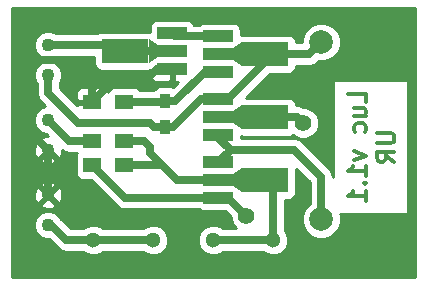
<source format=gbr>
G04 #@! TF.FileFunction,Copper,L2,Bot,Signal*
%FSLAX46Y46*%
G04 Gerber Fmt 4.6, Leading zero omitted, Abs format (unit mm)*
G04 Created by KiCad (PCBNEW 4.0.2+e4-6225~38~ubuntu15.10.1-stable) date Thu 01 Dec 2016 10:49:50 PM CET*
%MOMM*%
G01*
G04 APERTURE LIST*
%ADD10C,0.100000*%
%ADD11C,0.300000*%
%ADD12R,2.501900X1.000760*%
%ADD13R,4.000500X1.998980*%
%ADD14C,1.100000*%
%ADD15C,1.300000*%
%ADD16R,1.500000X1.300000*%
%ADD17R,0.900000X1.200000*%
%ADD18C,1.998980*%
%ADD19C,1.400000*%
%ADD20C,0.700000*%
%ADD21C,0.254000*%
G04 APERTURE END LIST*
D10*
D11*
X30720571Y15469713D02*
X30720571Y16183999D01*
X29220571Y16183999D01*
X29720571Y14326856D02*
X30720571Y14326856D01*
X29720571Y14969713D02*
X30506286Y14969713D01*
X30649143Y14898285D01*
X30720571Y14755427D01*
X30720571Y14541142D01*
X30649143Y14398285D01*
X30577714Y14326856D01*
X30649143Y12969713D02*
X30720571Y13112570D01*
X30720571Y13398284D01*
X30649143Y13541142D01*
X30577714Y13612570D01*
X30434857Y13683999D01*
X30006286Y13683999D01*
X29863429Y13612570D01*
X29792000Y13541142D01*
X29720571Y13398284D01*
X29720571Y13112570D01*
X29792000Y12969713D01*
X29720571Y11326856D02*
X30720571Y10969713D01*
X29720571Y10612571D01*
X30720571Y9255428D02*
X30720571Y10112571D01*
X30720571Y9683999D02*
X29220571Y9683999D01*
X29434857Y9826856D01*
X29577714Y9969714D01*
X29649143Y10112571D01*
X30577714Y8612571D02*
X30649143Y8541143D01*
X30720571Y8612571D01*
X30649143Y8684000D01*
X30577714Y8612571D01*
X30720571Y8612571D01*
X30720571Y7112571D02*
X30720571Y7969714D01*
X30720571Y7541142D02*
X29220571Y7541142D01*
X29434857Y7683999D01*
X29577714Y7826857D01*
X29649143Y7969714D01*
X31620571Y12862571D02*
X32834857Y12862571D01*
X32977714Y12791143D01*
X33049143Y12719714D01*
X33120571Y12576857D01*
X33120571Y12291143D01*
X33049143Y12148285D01*
X32977714Y12076857D01*
X32834857Y12005428D01*
X31620571Y12005428D01*
X33120571Y10433999D02*
X32406286Y10933999D01*
X33120571Y11291142D02*
X31620571Y11291142D01*
X31620571Y10719714D01*
X31692000Y10576856D01*
X31763429Y10505428D01*
X31906286Y10433999D01*
X32120571Y10433999D01*
X32263429Y10505428D01*
X32334857Y10576856D01*
X32406286Y10719714D01*
X32406286Y11291142D01*
D12*
X18221960Y7388860D03*
X18221960Y8890000D03*
X18221960Y10391140D03*
D13*
X22174200Y8890000D03*
D10*
G36*
X19450050Y9390380D02*
X20199350Y9890760D01*
X20199350Y7889240D01*
X19450050Y8389620D01*
X19450050Y9390380D01*
X19450050Y9390380D01*
G37*
D14*
X3810000Y11430000D03*
X3810000Y13970000D03*
D15*
X22860000Y3810000D03*
X17780000Y3810000D03*
X7620000Y3810000D03*
X12700000Y3810000D03*
D14*
X3810000Y7620000D03*
X3810000Y5080000D03*
X3810000Y17780000D03*
X3810000Y20320000D03*
D12*
X18221960Y12722860D03*
X18221960Y14224000D03*
X18221960Y15725140D03*
D13*
X22174200Y14224000D03*
D10*
G36*
X19450050Y14724380D02*
X20199350Y15224760D01*
X20199350Y13223240D01*
X19450050Y13723620D01*
X19450050Y14724380D01*
X19450050Y14724380D01*
G37*
D12*
X18221960Y18056860D03*
X18221960Y19558000D03*
X18221960Y21059140D03*
D13*
X22174200Y19558000D03*
D10*
G36*
X19450050Y20058380D02*
X20199350Y20558760D01*
X20199350Y18557240D01*
X19450050Y19057620D01*
X19450050Y20058380D01*
X19450050Y20058380D01*
G37*
D12*
X14290040Y21313140D03*
X14290040Y19812000D03*
X14290040Y18310860D03*
D13*
X10337800Y19812000D03*
D10*
G36*
X13061950Y19311620D02*
X12312650Y18811240D01*
X12312650Y20812760D01*
X13061950Y20312380D01*
X13061950Y19311620D01*
X13061950Y19311620D01*
G37*
D16*
X10240000Y12192000D03*
X7540000Y12192000D03*
D17*
X13716000Y15578000D03*
X13716000Y13378000D03*
D16*
X7540000Y15494000D03*
X10240000Y15494000D03*
X7540000Y10160000D03*
X10240000Y10160000D03*
D18*
X26924000Y20574000D03*
X26924000Y5574000D03*
D19*
X25400000Y13716000D03*
X20574000Y5842000D03*
D20*
X3810000Y11430000D02*
X3810000Y7620000D01*
X7540000Y15494000D02*
X7540000Y17098000D01*
X2032000Y13208000D02*
X3810000Y11430000D01*
X2032000Y18034000D02*
X2032000Y13208000D01*
X3048000Y19050000D02*
X2032000Y18034000D01*
X5588000Y19050000D02*
X3048000Y19050000D01*
X7540000Y17098000D02*
X5588000Y19050000D01*
X14290040Y18310860D02*
X12976860Y18310860D01*
X9572000Y17526000D02*
X7540000Y15494000D01*
X12192000Y17526000D02*
X9572000Y17526000D01*
X12976860Y18310860D02*
X12192000Y17526000D01*
X7540000Y12192000D02*
X5588000Y12192000D01*
X5588000Y12192000D02*
X3810000Y13970000D01*
X18221960Y8890000D02*
X19824700Y8890000D01*
X18221960Y8890000D02*
X22174200Y8890000D01*
X22860000Y3810000D02*
X22860000Y8204200D01*
X18221960Y8890000D02*
X14732000Y8890000D01*
X14732000Y8890000D02*
X14224000Y9398000D01*
X22860000Y8204200D02*
X22174200Y8890000D01*
X10240000Y10160000D02*
X13462000Y10160000D01*
X13462000Y10160000D02*
X14224000Y9398000D01*
X11938000Y12192000D02*
X10240000Y12192000D01*
X12446000Y11684000D02*
X11938000Y12192000D01*
X12446000Y11176000D02*
X12446000Y11684000D01*
X14224000Y9398000D02*
X12446000Y11176000D01*
X22860000Y3810000D02*
X17780000Y3810000D01*
X7620000Y3810000D02*
X12700000Y3810000D01*
X3810000Y5080000D02*
X4064000Y5080000D01*
X4064000Y5080000D02*
X5334000Y3810000D01*
X5334000Y3810000D02*
X7620000Y3810000D01*
X22174200Y19558000D02*
X19824700Y19558000D01*
X13716000Y13378000D02*
X12784000Y13378000D01*
X3810000Y16256000D02*
X3810000Y17780000D01*
X6350000Y13716000D02*
X3810000Y16256000D01*
X12446000Y13716000D02*
X6350000Y13716000D01*
X12784000Y13378000D02*
X12446000Y13716000D01*
X18221960Y19558000D02*
X22174200Y19558000D01*
X22174200Y19558000D02*
X25908000Y19558000D01*
X25908000Y19558000D02*
X26924000Y20574000D01*
X18221960Y15725140D02*
X19027140Y15725140D01*
X19027140Y15725140D02*
X22174200Y18872200D01*
X22174200Y18872200D02*
X22174200Y19558000D01*
X13716000Y13378000D02*
X14394000Y13378000D01*
X16741140Y15725140D02*
X18221960Y15725140D01*
X14394000Y13378000D02*
X16741140Y15725140D01*
X12687300Y19812000D02*
X10337800Y19812000D01*
X10337800Y19812000D02*
X14290040Y19812000D01*
X3810000Y20320000D02*
X9829800Y20320000D01*
X9829800Y20320000D02*
X10337800Y19812000D01*
X22174200Y14224000D02*
X19824700Y14224000D01*
X22174200Y14224000D02*
X18221960Y14224000D01*
X18221960Y7388860D02*
X19027140Y7388860D01*
X19027140Y7388860D02*
X20574000Y5842000D01*
X24892000Y14224000D02*
X22174200Y14224000D01*
X25400000Y13716000D02*
X24892000Y14224000D01*
X18221960Y7388860D02*
X10311140Y7388860D01*
X10311140Y7388860D02*
X7540000Y10160000D01*
X18221960Y12722860D02*
X18221960Y12468860D01*
X18221960Y12468860D02*
X19260820Y11430000D01*
X26924000Y5574000D02*
X26924000Y9144000D01*
X19260820Y11430000D02*
X18221960Y10391140D01*
X24638000Y11430000D02*
X19260820Y11430000D01*
X26924000Y9144000D02*
X24638000Y11430000D01*
X10240000Y15494000D02*
X13632000Y15494000D01*
X13632000Y15494000D02*
X13716000Y15578000D01*
X13716000Y15578000D02*
X14562000Y15578000D01*
X14562000Y15578000D02*
X17040860Y18056860D01*
X17040860Y18056860D02*
X18221960Y18056860D01*
X18221960Y21059140D02*
X14544040Y21059140D01*
X14544040Y21059140D02*
X14290040Y21313140D01*
D21*
G36*
X34850000Y710000D02*
X710000Y710000D01*
X710000Y4845323D01*
X2624794Y4845323D01*
X2804820Y4409628D01*
X3137875Y4075991D01*
X3573255Y3895206D01*
X3856041Y3894959D01*
X4637500Y3113500D01*
X4957057Y2899979D01*
X5334000Y2825000D01*
X6787601Y2825000D01*
X6891155Y2721265D01*
X7363276Y2525223D01*
X7874481Y2524777D01*
X8346943Y2719995D01*
X8452132Y2825000D01*
X11867601Y2825000D01*
X11971155Y2721265D01*
X12443276Y2525223D01*
X12954481Y2524777D01*
X13426943Y2719995D01*
X13788735Y3081155D01*
X13984777Y3553276D01*
X13985223Y4064481D01*
X13790005Y4536943D01*
X13428845Y4898735D01*
X12956724Y5094777D01*
X12445519Y5095223D01*
X11973057Y4900005D01*
X11867868Y4795000D01*
X8452399Y4795000D01*
X8348845Y4898735D01*
X7876724Y5094777D01*
X7365519Y5095223D01*
X6893057Y4900005D01*
X6787868Y4795000D01*
X5742000Y4795000D01*
X4835285Y5701715D01*
X4815180Y5750372D01*
X4482125Y6084009D01*
X4046745Y6264794D01*
X3575323Y6265206D01*
X3139628Y6085180D01*
X2805991Y5752125D01*
X2625206Y5316745D01*
X2624794Y4845323D01*
X710000Y4845323D01*
X710000Y6793567D01*
X3163172Y6793567D01*
X3206508Y6573299D01*
X3653001Y6422028D01*
X4123396Y6453137D01*
X4413492Y6573299D01*
X4456828Y6793567D01*
X3810000Y7440395D01*
X3163172Y6793567D01*
X710000Y6793567D01*
X710000Y7776999D01*
X2612028Y7776999D01*
X2643137Y7306604D01*
X2763299Y7016508D01*
X2983567Y6973172D01*
X3630395Y7620000D01*
X3989605Y7620000D01*
X4636433Y6973172D01*
X4856701Y7016508D01*
X5007972Y7463001D01*
X4976863Y7933396D01*
X4856701Y8223492D01*
X4636433Y8266828D01*
X3989605Y7620000D01*
X3630395Y7620000D01*
X2983567Y8266828D01*
X2763299Y8223492D01*
X2612028Y7776999D01*
X710000Y7776999D01*
X710000Y8446433D01*
X3163172Y8446433D01*
X3810000Y7799605D01*
X4456828Y8446433D01*
X4413492Y8666701D01*
X3966999Y8817972D01*
X3496604Y8786863D01*
X3206508Y8666701D01*
X3163172Y8446433D01*
X710000Y8446433D01*
X710000Y10603567D01*
X3163172Y10603567D01*
X3206508Y10383299D01*
X3653001Y10232028D01*
X4123396Y10263137D01*
X4413492Y10383299D01*
X4456828Y10603567D01*
X3810000Y11250395D01*
X3163172Y10603567D01*
X710000Y10603567D01*
X710000Y11586999D01*
X2612028Y11586999D01*
X2643137Y11116604D01*
X2763299Y10826508D01*
X2983567Y10783172D01*
X3630395Y11430000D01*
X2983567Y12076828D01*
X2763299Y12033492D01*
X2612028Y11586999D01*
X710000Y11586999D01*
X710000Y20085323D01*
X2624794Y20085323D01*
X2804820Y19649628D01*
X3137875Y19315991D01*
X3573255Y19135206D01*
X4044677Y19134794D01*
X4480372Y19314820D01*
X4500587Y19335000D01*
X7690110Y19335000D01*
X7690110Y18812510D01*
X7734388Y18577193D01*
X7873460Y18361069D01*
X8085660Y18216079D01*
X8337550Y18165070D01*
X12338050Y18165070D01*
X12394919Y18175771D01*
X12434402Y18175351D01*
X12455157Y18183858D01*
X12562838Y18183858D01*
X12404090Y18025110D01*
X12404090Y17684171D01*
X12500763Y17450782D01*
X12679391Y17272153D01*
X12912780Y17175480D01*
X14004290Y17175480D01*
X14163040Y17334230D01*
X14163040Y18183860D01*
X14143040Y18183860D01*
X14143040Y18437860D01*
X14163040Y18437860D01*
X14163040Y18457860D01*
X14417040Y18457860D01*
X14417040Y18437860D01*
X14437040Y18437860D01*
X14437040Y18183860D01*
X14417040Y18183860D01*
X14417040Y17334230D01*
X14575790Y17175480D01*
X14766480Y17175480D01*
X14374265Y16783265D01*
X14166000Y16825440D01*
X13266000Y16825440D01*
X13030683Y16781162D01*
X12814559Y16642090D01*
X12703124Y16479000D01*
X11529018Y16479000D01*
X11454090Y16595441D01*
X11241890Y16740431D01*
X10990000Y16791440D01*
X9490000Y16791440D01*
X9254683Y16747162D01*
X9038559Y16608090D01*
X8893569Y16395890D01*
X8886809Y16362510D01*
X8828327Y16503699D01*
X8649698Y16682327D01*
X8416309Y16779000D01*
X7825750Y16779000D01*
X7667000Y16620250D01*
X7667000Y15621000D01*
X7687000Y15621000D01*
X7687000Y15367000D01*
X7667000Y15367000D01*
X7667000Y15347000D01*
X7413000Y15347000D01*
X7413000Y15367000D01*
X6313750Y15367000D01*
X6202875Y15256125D01*
X5188690Y16270310D01*
X6155000Y16270310D01*
X6155000Y15779750D01*
X6313750Y15621000D01*
X7413000Y15621000D01*
X7413000Y16620250D01*
X7254250Y16779000D01*
X6663691Y16779000D01*
X6430302Y16682327D01*
X6251673Y16503699D01*
X6155000Y16270310D01*
X5188690Y16270310D01*
X4795000Y16664000D01*
X4795000Y17088899D01*
X4814009Y17107875D01*
X4994794Y17543255D01*
X4995206Y18014677D01*
X4815180Y18450372D01*
X4482125Y18784009D01*
X4046745Y18964794D01*
X3575323Y18965206D01*
X3139628Y18785180D01*
X2805991Y18452125D01*
X2625206Y18016745D01*
X2624794Y17545323D01*
X2804820Y17109628D01*
X2825000Y17089413D01*
X2825000Y16256000D01*
X2899979Y15879057D01*
X3113500Y15559500D01*
X3534614Y15138386D01*
X3139628Y14975180D01*
X2805991Y14642125D01*
X2625206Y14206745D01*
X2624794Y13735323D01*
X2804820Y13299628D01*
X3137875Y12965991D01*
X3573255Y12785206D01*
X3601819Y12785181D01*
X3771929Y12615071D01*
X3496604Y12596863D01*
X3206508Y12476701D01*
X3163172Y12256433D01*
X3810000Y11609605D01*
X3824143Y11623747D01*
X4003748Y11444142D01*
X3989605Y11430000D01*
X4636433Y10783172D01*
X4856701Y10826508D01*
X5007972Y11273001D01*
X4997962Y11424365D01*
X5211057Y11281979D01*
X5588000Y11207000D01*
X6250982Y11207000D01*
X6271225Y11175543D01*
X6193569Y11061890D01*
X6142560Y10810000D01*
X6142560Y9510000D01*
X6186838Y9274683D01*
X6325910Y9058559D01*
X6538110Y8913569D01*
X6790000Y8862560D01*
X7444440Y8862560D01*
X9614640Y6692360D01*
X9934197Y6478839D01*
X10311140Y6403860D01*
X16555479Y6403860D01*
X16719120Y6292049D01*
X16971010Y6241040D01*
X18781960Y6241040D01*
X19238949Y5784051D01*
X19238769Y5577617D01*
X19441582Y5086771D01*
X19732845Y4795000D01*
X18612399Y4795000D01*
X18508845Y4898735D01*
X18036724Y5094777D01*
X17525519Y5095223D01*
X17053057Y4900005D01*
X16691265Y4538845D01*
X16495223Y4066724D01*
X16494777Y3555519D01*
X16689995Y3083057D01*
X17051155Y2721265D01*
X17523276Y2525223D01*
X18034481Y2524777D01*
X18506943Y2719995D01*
X18612132Y2825000D01*
X22027601Y2825000D01*
X22131155Y2721265D01*
X22603276Y2525223D01*
X23114481Y2524777D01*
X23586943Y2719995D01*
X23948735Y3081155D01*
X24144777Y3553276D01*
X24145223Y4064481D01*
X23950005Y4536943D01*
X23845000Y4642132D01*
X23845000Y7243070D01*
X24174450Y7243070D01*
X24409767Y7287348D01*
X24625891Y7426420D01*
X24770881Y7638620D01*
X24821890Y7890510D01*
X24821890Y9853110D01*
X25939000Y8736000D01*
X25939000Y6900222D01*
X25539154Y6501073D01*
X25289794Y5900547D01*
X25289226Y5250306D01*
X25537538Y4649345D01*
X25996927Y4189154D01*
X26597453Y3939794D01*
X27247694Y3939226D01*
X27848655Y4187538D01*
X28308846Y4646927D01*
X28558206Y5247453D01*
X28558774Y5897694D01*
X28499207Y6041858D01*
X34277000Y6041858D01*
X34277000Y17326143D01*
X27907000Y17326143D01*
X27907000Y9154055D01*
X27834021Y9520943D01*
X27620500Y9840500D01*
X25334500Y12126500D01*
X25014943Y12340021D01*
X24638000Y12415000D01*
X20120350Y12415000D01*
X20120350Y12587924D01*
X20173950Y12577070D01*
X20178250Y12577070D01*
X20181463Y12576047D01*
X20187346Y12577070D01*
X24174450Y12577070D01*
X24409767Y12621348D01*
X24529501Y12698395D01*
X24642796Y12584902D01*
X25133287Y12381232D01*
X25664383Y12380769D01*
X26155229Y12583582D01*
X26531098Y12958796D01*
X26734768Y13449287D01*
X26735231Y13980383D01*
X26532418Y14471229D01*
X26157204Y14847098D01*
X25666713Y15050768D01*
X25393183Y15051006D01*
X25268943Y15134021D01*
X24892000Y15209000D01*
X24821890Y15209000D01*
X24821890Y15223490D01*
X24777612Y15458807D01*
X24638540Y15674931D01*
X24426340Y15819921D01*
X24174450Y15870930D01*
X20565930Y15870930D01*
X22606070Y17911070D01*
X24174450Y17911070D01*
X24409767Y17955348D01*
X24625891Y18094420D01*
X24770881Y18306620D01*
X24821890Y18558510D01*
X24821890Y18573000D01*
X25908000Y18573000D01*
X26284943Y18647979D01*
X26604500Y18861500D01*
X26682720Y18939720D01*
X27247694Y18939226D01*
X27848655Y19187538D01*
X28308846Y19646927D01*
X28558206Y20247453D01*
X28558774Y20897694D01*
X28310462Y21498655D01*
X27851073Y21958846D01*
X27250547Y22208206D01*
X26600306Y22208774D01*
X25999345Y21960462D01*
X25539154Y21501073D01*
X25289794Y20900547D01*
X25289482Y20543000D01*
X24821890Y20543000D01*
X24821890Y20557490D01*
X24777612Y20792807D01*
X24638540Y21008931D01*
X24426340Y21153921D01*
X24174450Y21204930D01*
X20173950Y21204930D01*
X20120350Y21194844D01*
X20120350Y21559520D01*
X20076072Y21794837D01*
X19937000Y22010961D01*
X19724800Y22155951D01*
X19472910Y22206960D01*
X16971010Y22206960D01*
X16735693Y22162682D01*
X16551474Y22044140D01*
X16145036Y22044140D01*
X16144152Y22048837D01*
X16005080Y22264961D01*
X15792880Y22409951D01*
X15540990Y22460960D01*
X13039090Y22460960D01*
X12803773Y22416682D01*
X12587649Y22277610D01*
X12442659Y22065410D01*
X12391650Y21813520D01*
X12391650Y21448076D01*
X12338050Y21458930D01*
X12333750Y21458930D01*
X12330537Y21459953D01*
X12324654Y21458930D01*
X8337550Y21458930D01*
X8102233Y21414652D01*
X7931829Y21305000D01*
X4501101Y21305000D01*
X4482125Y21324009D01*
X4046745Y21504794D01*
X3575323Y21505206D01*
X3139628Y21325180D01*
X2805991Y20992125D01*
X2625206Y20556745D01*
X2624794Y20085323D01*
X710000Y20085323D01*
X710000Y23420000D01*
X34850000Y23420000D01*
X34850000Y710000D01*
X34850000Y710000D01*
G37*
X34850000Y710000D02*
X710000Y710000D01*
X710000Y4845323D01*
X2624794Y4845323D01*
X2804820Y4409628D01*
X3137875Y4075991D01*
X3573255Y3895206D01*
X3856041Y3894959D01*
X4637500Y3113500D01*
X4957057Y2899979D01*
X5334000Y2825000D01*
X6787601Y2825000D01*
X6891155Y2721265D01*
X7363276Y2525223D01*
X7874481Y2524777D01*
X8346943Y2719995D01*
X8452132Y2825000D01*
X11867601Y2825000D01*
X11971155Y2721265D01*
X12443276Y2525223D01*
X12954481Y2524777D01*
X13426943Y2719995D01*
X13788735Y3081155D01*
X13984777Y3553276D01*
X13985223Y4064481D01*
X13790005Y4536943D01*
X13428845Y4898735D01*
X12956724Y5094777D01*
X12445519Y5095223D01*
X11973057Y4900005D01*
X11867868Y4795000D01*
X8452399Y4795000D01*
X8348845Y4898735D01*
X7876724Y5094777D01*
X7365519Y5095223D01*
X6893057Y4900005D01*
X6787868Y4795000D01*
X5742000Y4795000D01*
X4835285Y5701715D01*
X4815180Y5750372D01*
X4482125Y6084009D01*
X4046745Y6264794D01*
X3575323Y6265206D01*
X3139628Y6085180D01*
X2805991Y5752125D01*
X2625206Y5316745D01*
X2624794Y4845323D01*
X710000Y4845323D01*
X710000Y6793567D01*
X3163172Y6793567D01*
X3206508Y6573299D01*
X3653001Y6422028D01*
X4123396Y6453137D01*
X4413492Y6573299D01*
X4456828Y6793567D01*
X3810000Y7440395D01*
X3163172Y6793567D01*
X710000Y6793567D01*
X710000Y7776999D01*
X2612028Y7776999D01*
X2643137Y7306604D01*
X2763299Y7016508D01*
X2983567Y6973172D01*
X3630395Y7620000D01*
X3989605Y7620000D01*
X4636433Y6973172D01*
X4856701Y7016508D01*
X5007972Y7463001D01*
X4976863Y7933396D01*
X4856701Y8223492D01*
X4636433Y8266828D01*
X3989605Y7620000D01*
X3630395Y7620000D01*
X2983567Y8266828D01*
X2763299Y8223492D01*
X2612028Y7776999D01*
X710000Y7776999D01*
X710000Y8446433D01*
X3163172Y8446433D01*
X3810000Y7799605D01*
X4456828Y8446433D01*
X4413492Y8666701D01*
X3966999Y8817972D01*
X3496604Y8786863D01*
X3206508Y8666701D01*
X3163172Y8446433D01*
X710000Y8446433D01*
X710000Y10603567D01*
X3163172Y10603567D01*
X3206508Y10383299D01*
X3653001Y10232028D01*
X4123396Y10263137D01*
X4413492Y10383299D01*
X4456828Y10603567D01*
X3810000Y11250395D01*
X3163172Y10603567D01*
X710000Y10603567D01*
X710000Y11586999D01*
X2612028Y11586999D01*
X2643137Y11116604D01*
X2763299Y10826508D01*
X2983567Y10783172D01*
X3630395Y11430000D01*
X2983567Y12076828D01*
X2763299Y12033492D01*
X2612028Y11586999D01*
X710000Y11586999D01*
X710000Y20085323D01*
X2624794Y20085323D01*
X2804820Y19649628D01*
X3137875Y19315991D01*
X3573255Y19135206D01*
X4044677Y19134794D01*
X4480372Y19314820D01*
X4500587Y19335000D01*
X7690110Y19335000D01*
X7690110Y18812510D01*
X7734388Y18577193D01*
X7873460Y18361069D01*
X8085660Y18216079D01*
X8337550Y18165070D01*
X12338050Y18165070D01*
X12394919Y18175771D01*
X12434402Y18175351D01*
X12455157Y18183858D01*
X12562838Y18183858D01*
X12404090Y18025110D01*
X12404090Y17684171D01*
X12500763Y17450782D01*
X12679391Y17272153D01*
X12912780Y17175480D01*
X14004290Y17175480D01*
X14163040Y17334230D01*
X14163040Y18183860D01*
X14143040Y18183860D01*
X14143040Y18437860D01*
X14163040Y18437860D01*
X14163040Y18457860D01*
X14417040Y18457860D01*
X14417040Y18437860D01*
X14437040Y18437860D01*
X14437040Y18183860D01*
X14417040Y18183860D01*
X14417040Y17334230D01*
X14575790Y17175480D01*
X14766480Y17175480D01*
X14374265Y16783265D01*
X14166000Y16825440D01*
X13266000Y16825440D01*
X13030683Y16781162D01*
X12814559Y16642090D01*
X12703124Y16479000D01*
X11529018Y16479000D01*
X11454090Y16595441D01*
X11241890Y16740431D01*
X10990000Y16791440D01*
X9490000Y16791440D01*
X9254683Y16747162D01*
X9038559Y16608090D01*
X8893569Y16395890D01*
X8886809Y16362510D01*
X8828327Y16503699D01*
X8649698Y16682327D01*
X8416309Y16779000D01*
X7825750Y16779000D01*
X7667000Y16620250D01*
X7667000Y15621000D01*
X7687000Y15621000D01*
X7687000Y15367000D01*
X7667000Y15367000D01*
X7667000Y15347000D01*
X7413000Y15347000D01*
X7413000Y15367000D01*
X6313750Y15367000D01*
X6202875Y15256125D01*
X5188690Y16270310D01*
X6155000Y16270310D01*
X6155000Y15779750D01*
X6313750Y15621000D01*
X7413000Y15621000D01*
X7413000Y16620250D01*
X7254250Y16779000D01*
X6663691Y16779000D01*
X6430302Y16682327D01*
X6251673Y16503699D01*
X6155000Y16270310D01*
X5188690Y16270310D01*
X4795000Y16664000D01*
X4795000Y17088899D01*
X4814009Y17107875D01*
X4994794Y17543255D01*
X4995206Y18014677D01*
X4815180Y18450372D01*
X4482125Y18784009D01*
X4046745Y18964794D01*
X3575323Y18965206D01*
X3139628Y18785180D01*
X2805991Y18452125D01*
X2625206Y18016745D01*
X2624794Y17545323D01*
X2804820Y17109628D01*
X2825000Y17089413D01*
X2825000Y16256000D01*
X2899979Y15879057D01*
X3113500Y15559500D01*
X3534614Y15138386D01*
X3139628Y14975180D01*
X2805991Y14642125D01*
X2625206Y14206745D01*
X2624794Y13735323D01*
X2804820Y13299628D01*
X3137875Y12965991D01*
X3573255Y12785206D01*
X3601819Y12785181D01*
X3771929Y12615071D01*
X3496604Y12596863D01*
X3206508Y12476701D01*
X3163172Y12256433D01*
X3810000Y11609605D01*
X3824143Y11623747D01*
X4003748Y11444142D01*
X3989605Y11430000D01*
X4636433Y10783172D01*
X4856701Y10826508D01*
X5007972Y11273001D01*
X4997962Y11424365D01*
X5211057Y11281979D01*
X5588000Y11207000D01*
X6250982Y11207000D01*
X6271225Y11175543D01*
X6193569Y11061890D01*
X6142560Y10810000D01*
X6142560Y9510000D01*
X6186838Y9274683D01*
X6325910Y9058559D01*
X6538110Y8913569D01*
X6790000Y8862560D01*
X7444440Y8862560D01*
X9614640Y6692360D01*
X9934197Y6478839D01*
X10311140Y6403860D01*
X16555479Y6403860D01*
X16719120Y6292049D01*
X16971010Y6241040D01*
X18781960Y6241040D01*
X19238949Y5784051D01*
X19238769Y5577617D01*
X19441582Y5086771D01*
X19732845Y4795000D01*
X18612399Y4795000D01*
X18508845Y4898735D01*
X18036724Y5094777D01*
X17525519Y5095223D01*
X17053057Y4900005D01*
X16691265Y4538845D01*
X16495223Y4066724D01*
X16494777Y3555519D01*
X16689995Y3083057D01*
X17051155Y2721265D01*
X17523276Y2525223D01*
X18034481Y2524777D01*
X18506943Y2719995D01*
X18612132Y2825000D01*
X22027601Y2825000D01*
X22131155Y2721265D01*
X22603276Y2525223D01*
X23114481Y2524777D01*
X23586943Y2719995D01*
X23948735Y3081155D01*
X24144777Y3553276D01*
X24145223Y4064481D01*
X23950005Y4536943D01*
X23845000Y4642132D01*
X23845000Y7243070D01*
X24174450Y7243070D01*
X24409767Y7287348D01*
X24625891Y7426420D01*
X24770881Y7638620D01*
X24821890Y7890510D01*
X24821890Y9853110D01*
X25939000Y8736000D01*
X25939000Y6900222D01*
X25539154Y6501073D01*
X25289794Y5900547D01*
X25289226Y5250306D01*
X25537538Y4649345D01*
X25996927Y4189154D01*
X26597453Y3939794D01*
X27247694Y3939226D01*
X27848655Y4187538D01*
X28308846Y4646927D01*
X28558206Y5247453D01*
X28558774Y5897694D01*
X28499207Y6041858D01*
X34277000Y6041858D01*
X34277000Y17326143D01*
X27907000Y17326143D01*
X27907000Y9154055D01*
X27834021Y9520943D01*
X27620500Y9840500D01*
X25334500Y12126500D01*
X25014943Y12340021D01*
X24638000Y12415000D01*
X20120350Y12415000D01*
X20120350Y12587924D01*
X20173950Y12577070D01*
X20178250Y12577070D01*
X20181463Y12576047D01*
X20187346Y12577070D01*
X24174450Y12577070D01*
X24409767Y12621348D01*
X24529501Y12698395D01*
X24642796Y12584902D01*
X25133287Y12381232D01*
X25664383Y12380769D01*
X26155229Y12583582D01*
X26531098Y12958796D01*
X26734768Y13449287D01*
X26735231Y13980383D01*
X26532418Y14471229D01*
X26157204Y14847098D01*
X25666713Y15050768D01*
X25393183Y15051006D01*
X25268943Y15134021D01*
X24892000Y15209000D01*
X24821890Y15209000D01*
X24821890Y15223490D01*
X24777612Y15458807D01*
X24638540Y15674931D01*
X24426340Y15819921D01*
X24174450Y15870930D01*
X20565930Y15870930D01*
X22606070Y17911070D01*
X24174450Y17911070D01*
X24409767Y17955348D01*
X24625891Y18094420D01*
X24770881Y18306620D01*
X24821890Y18558510D01*
X24821890Y18573000D01*
X25908000Y18573000D01*
X26284943Y18647979D01*
X26604500Y18861500D01*
X26682720Y18939720D01*
X27247694Y18939226D01*
X27848655Y19187538D01*
X28308846Y19646927D01*
X28558206Y20247453D01*
X28558774Y20897694D01*
X28310462Y21498655D01*
X27851073Y21958846D01*
X27250547Y22208206D01*
X26600306Y22208774D01*
X25999345Y21960462D01*
X25539154Y21501073D01*
X25289794Y20900547D01*
X25289482Y20543000D01*
X24821890Y20543000D01*
X24821890Y20557490D01*
X24777612Y20792807D01*
X24638540Y21008931D01*
X24426340Y21153921D01*
X24174450Y21204930D01*
X20173950Y21204930D01*
X20120350Y21194844D01*
X20120350Y21559520D01*
X20076072Y21794837D01*
X19937000Y22010961D01*
X19724800Y22155951D01*
X19472910Y22206960D01*
X16971010Y22206960D01*
X16735693Y22162682D01*
X16551474Y22044140D01*
X16145036Y22044140D01*
X16144152Y22048837D01*
X16005080Y22264961D01*
X15792880Y22409951D01*
X15540990Y22460960D01*
X13039090Y22460960D01*
X12803773Y22416682D01*
X12587649Y22277610D01*
X12442659Y22065410D01*
X12391650Y21813520D01*
X12391650Y21448076D01*
X12338050Y21458930D01*
X12333750Y21458930D01*
X12330537Y21459953D01*
X12324654Y21458930D01*
X8337550Y21458930D01*
X8102233Y21414652D01*
X7931829Y21305000D01*
X4501101Y21305000D01*
X4482125Y21324009D01*
X4046745Y21504794D01*
X3575323Y21505206D01*
X3139628Y21325180D01*
X2805991Y20992125D01*
X2625206Y20556745D01*
X2624794Y20085323D01*
X710000Y20085323D01*
X710000Y23420000D01*
X34850000Y23420000D01*
X34850000Y710000D01*
M02*

</source>
